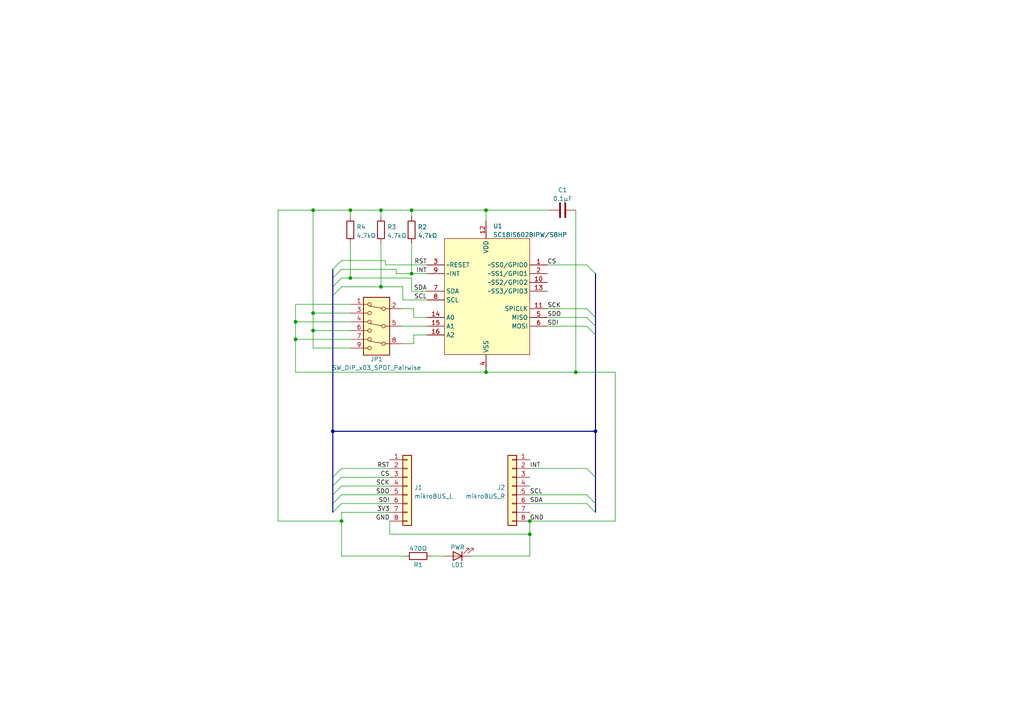
<source format=kicad_sch>
(kicad_sch (version 20211123) (generator eeschema)
  (paper "A4")
  (lib_symbols
    (symbol "Connector_Generic:Conn_01x08" (pin_names (offset 1.016) hide)
      (property "Reference" "J" (at 0 10.16 0))
      (property "Value" "Conn_01x08" (at 0 -12.7 0))
      (symbol "Conn_01x08_1_1"
        (rectangle (start -1.27 -10.033) (end 0 -10.287) (stroke (width 0.1524)))
        (rectangle (start -1.27 -7.493) (end 0 -7.747) (stroke (width 0.1524)))
        (rectangle (start -1.27 -4.953) (end 0 -5.207) (stroke (width 0.1524)))
        (rectangle (start -1.27 -2.413) (end 0 -2.667) (stroke (width 0.1524)))
        (rectangle (start -1.27 0.127) (end 0 -0.127) (stroke (width 0.1524)))
        (rectangle (start -1.27 2.667) (end 0 2.413) (stroke (width 0.1524)))
        (rectangle (start -1.27 5.207) (end 0 4.953) (stroke (width 0.1524)))
        (rectangle (start -1.27 7.747) (end 0 7.493) (stroke (width 0.1524)))
        (rectangle (start -1.27 8.89) (end 1.27 -11.43) (stroke (width 0.254)) (fill (type background)))
        (pin passive line (at -5.08 7.62 0) (length 3.81) (name "Pin_1") (number "1"))
        (pin passive line (at -5.08 5.08 0) (length 3.81) (name "Pin_2") (number "2"))
        (pin passive line (at -5.08 2.54 0) (length 3.81) (name "Pin_3") (number "3"))
        (pin passive line (at -5.08 0 0) (length 3.81) (name "Pin_4") (number "4"))
        (pin passive line (at -5.08 -2.54 0) (length 3.81) (name "Pin_5") (number "5"))
        (pin passive line (at -5.08 -5.08 0) (length 3.81) (name "Pin_6") (number "6"))
        (pin passive line (at -5.08 -7.62 0) (length 3.81) (name "Pin_7") (number "7"))
        (pin passive line (at -5.08 -10.16 0) (length 3.81) (name "Pin_8") (number "8"))
      )
    )
    (symbol "Device:C" (pin_numbers hide) (pin_names (offset 0.254))
      (property "Reference" "C" (at 0.635 2.54 0))
      (property "Value" "C" (at 0.635 -2.54 0))
      (symbol "C_0_1"
        (polyline (pts (xy -2.032 -0.762) (xy 2.032 -0.762)) (stroke (width 0.508)))
        (polyline (pts (xy -2.032 0.762) (xy 2.032 0.762)) (stroke (width 0.508)))
      )
      (symbol "C_1_1"
        (pin passive line (at 0 3.81 270) (length 2.794) (name "~") (number "1"))
        (pin passive line (at 0 -3.81 90) (length 2.794) (name "~") (number "2"))
      )
    )
    (symbol "Device:LED" (pin_numbers hide) (pin_names (offset 1.016) hide)
      (property "Reference" "D" (at 0 2.54 0))
      (property "Value" "LED" (at 0 -2.54 0))
      (symbol "LED_0_1"
        (polyline (pts (xy -1.27 -1.27) (xy -1.27 1.27)) (stroke (width 0.254)))
        (polyline (pts (xy -1.27 0) (xy 1.27 0)))
        (polyline (pts (xy 1.27 -1.27) (xy 1.27 1.27) (xy -1.27 0) (xy 1.27 -1.27)) (stroke (width 0.254)))
        (polyline (pts (xy -3.048 -0.762) (xy -4.572 -2.286) (xy -3.81 -2.286) (xy -4.572 -2.286) (xy -4.572 -1.524)))
        (polyline (pts (xy -1.778 -0.762) (xy -3.302 -2.286) (xy -2.54 -2.286) (xy -3.302 -2.286) (xy -3.302 -1.524)))
      )
      (symbol "LED_1_1"
        (pin passive line (at -3.81 0 0) (length 2.54) (name "K") (number "1"))
        (pin passive line (at 3.81 0 180) (length 2.54) (name "A") (number "2"))
      )
    )
    (symbol "Device:R" (pin_numbers hide) (pin_names (offset 0))
      (property "Reference" "R" (at 2.032 0 90))
      (property "Value" "R" (at 0 0 90))
      (symbol "R_0_1"
        (rectangle (start -1.016 -2.54) (end 1.016 2.54) (stroke (width 0.254)))
      )
      (symbol "R_1_1"
        (pin passive line (at 0 3.81 270) (length 1.27) (name "~") (number "1"))
        (pin passive line (at 0 -3.81 90) (length 1.27) (name "~") (number "2"))
      )
    )
    (symbol "Interface_I2C:SC18IS602BIPW{slash}S8HP"
      (property "Reference" "U" (at 10.795 17.78 0))
      (property "Value" "SC18IS602BIPW{slash}S8HP" (at 12.065 -18.415 0))
      (symbol "SC18IS602BIPW{slash}S8HP_0_1"
        (rectangle (start -12.065 16.51) (end 12.7 -17.145) (stroke (width 0.1524)) (fill (type background)))
      )
      (symbol "SC18IS602BIPW{slash}S8HP_1_1"
        (pin bidirectional line (at 17.78 8.89 180) (length 5.08) (name "~SS0/GPIO0") (number "1"))
        (pin bidirectional line (at 17.78 3.81 180) (length 5.08) (name "~SS2/GPIO2") (number "10"))
        (pin output line (at 17.78 -3.81 180) (length 5.08) (name "SPICLK") (number "11"))
        (pin power_in line (at 0 21.59 270) (length 5.08) (name "VDD") (number "12"))
        (pin bidirectional line (at 17.78 1.27 180) (length 5.08) (name "~SS3/GPIO3") (number "13"))
        (pin input line (at -17.145 -6.35 0) (length 5.08) (name "A0") (number "14"))
        (pin input line (at -17.145 -8.89 0) (length 5.08) (name "A1") (number "15"))
        (pin input line (at -17.145 -11.43 0) (length 5.08) (name "A2") (number "16"))
        (pin bidirectional line (at 17.78 6.35 180) (length 5.08) (name "~SS1/GPIO1") (number "2"))
        (pin input line (at -17.145 8.89 0) (length 5.08) (name "~RESET") (number "3"))
        (pin power_in line (at 0 -22.225 90) (length 5.08) (name "VSS") (number "4"))
        (pin input line (at 17.78 -6.35 180) (length 5.08) (name "MISO") (number "5"))
        (pin output line (at 17.78 -8.89 180) (length 5.08) (name "MOSI") (number "6"))
        (pin bidirectional line (at -17.145 1.27 0) (length 5.08) (name "SDA") (number "7"))
        (pin input line (at -17.145 -1.27 0) (length 5.08) (name "SCL") (number "8"))
        (pin output line (at -17.145 6.35 0) (length 5.08) (name "~INT") (number "9"))
      )
    )
    (symbol "Switch_Pairwise:SW_DIP_x03_SPDT_Pairwise" (pin_names (offset 0) hide)
      (property "Reference" "JP1" (at 0 -9.5281 0))
      (property "Value" "SW_DIP_x03_SPDT_Pairwise" (at 0 -12.065 0))
      (symbol "SW_DIP_x03_SPDT_Pairwise_0_0"
        (circle (center -2.032 -5.08) (radius 0.508))
        (circle (center -2.032 0) (radius 0.508))
        (circle (center -2.032 5.08) (radius 0.508))
        (polyline (pts (xy -1.524 -4.953) (xy 2.032 -4.318)))
        (polyline (pts (xy -1.524 0.127) (xy 2.032 0.762)))
        (polyline (pts (xy -1.524 5.207) (xy 2.032 5.842)))
        (circle (center 2.032 -6.35) (radius 0.508))
        (circle (center 2.032 -3.81) (radius 0.508))
        (circle (center 2.032 -1.27) (radius 0.508))
        (circle (center 2.032 1.27) (radius 0.508))
        (circle (center 2.032 3.81) (radius 0.508))
        (circle (center 2.032 6.35) (radius 0.508))
      )
      (symbol "SW_DIP_x03_SPDT_Pairwise_0_1"
        (rectangle (start -3.81 8.382) (end 3.81 -8.382) (stroke (width 0.254)) (fill (type background)))
      )
      (symbol "SW_DIP_x03_SPDT_Pairwise_1_1"
        (pin passive line (at 7.62 6.35 180) (length 5.08) (name "~") (number "1"))
        (pin passive line (at -7.62 5.08 0) (length 5.08) (name "~") (number "2"))
        (pin passive line (at 7.62 3.81 180) (length 5.08) (name "~") (number "3"))
        (pin passive line (at 7.62 1.27 180) (length 5.08) (name "~") (number "4"))
        (pin passive line (at -7.62 0 0) (length 5.08) (name "~") (number "5"))
        (pin passive line (at 7.62 -1.27 180) (length 5.08) (name "~") (number "6"))
        (pin passive line (at 7.62 -3.81 180) (length 5.08) (name "~") (number "7"))
        (pin passive line (at -7.62 -5.08 0) (length 5.08) (name "~") (number "8"))
        (pin passive line (at 7.62 -6.35 180) (length 5.08) (name "~") (number "9"))
      )
    )
  )
  (junction (at 85.725 98.425))
  (junction (at 167.005 107.95))
  (junction (at 101.6 80.645))
  (junction (at 101.6 60.96))
  (junction (at 110.49 60.96))
  (junction (at 153.67 151.13))
  (junction (at 90.805 60.96))
  (junction (at 99.06 151.13))
  (junction (at 110.49 83.185))
  (junction (at 90.805 90.805))
  (junction (at 153.67 154.94))
  (junction (at 172.72 125.095))
  (junction (at 119.38 79.375))
  (junction (at 140.97 60.96))
  (junction (at 90.805 95.885))
  (junction (at 119.38 60.96))
  (junction (at 140.97 107.95))
  (junction (at 85.725 93.345))
  (junction (at 96.52 125.095))
  (bus_entry (at 99.06 83.185) (size -2.54 2.54))
  (bus_entry (at 99.06 80.645) (size -2.54 2.54))
  (bus_entry (at 170.18 76.835) (size 2.54 2.54))
  (bus_entry (at 99.06 78.105) (size -2.54 2.54))
  (bus_entry (at 99.06 75.565) (size -2.54 2.54))
  (bus_entry (at 99.06 140.97) (size -2.54 2.54))
  (bus_entry (at 99.06 146.05) (size -2.54 2.54))
  (bus_entry (at 99.06 143.51) (size -2.54 2.54))
  (bus_entry (at 170.18 135.89) (size 2.54 2.54))
  (bus_entry (at 170.18 143.51) (size 2.54 2.54))
  (bus_entry (at 170.18 146.05) (size 2.54 2.54))
  (bus_entry (at 99.06 138.43) (size -2.54 2.54))
  (bus_entry (at 99.06 135.89) (size -2.54 2.54))
  (bus_entry (at 170.18 92.075) (size 2.54 2.54))
  (bus_entry (at 170.18 89.535) (size 2.54 2.54))
  (bus_entry (at 170.18 94.615) (size 2.54 2.54))
  (wire (pts (xy 99.06 135.89) (xy 113.03 135.89)))
  (wire (pts (xy 113.03 151.13) (xy 113.03 154.94)))
  (wire (pts (xy 119.38 70.485) (xy 119.38 79.375)))
  (bus (pts (xy 96.52 125.095) (xy 96.52 138.43)))
  (wire (pts (xy 110.49 83.185) (xy 116.84 83.185)))
  (wire (pts (xy 140.97 107.95) (xy 85.725 107.95)))
  (bus (pts (xy 96.52 140.97) (xy 96.52 143.51)))
  (wire (pts (xy 101.6 95.885) (xy 90.805 95.885)))
  (wire (pts (xy 123.825 79.375) (xy 119.38 79.375)))
  (wire (pts (xy 116.84 94.615) (xy 123.825 94.615)))
  (wire (pts (xy 120.015 99.695) (xy 116.84 99.695)))
  (bus (pts (xy 172.72 146.05) (xy 172.72 148.59)))
  (wire (pts (xy 90.805 90.805) (xy 90.805 60.96)))
  (wire (pts (xy 120.015 92.075) (xy 120.015 89.535)))
  (wire (pts (xy 85.725 98.425) (xy 85.725 93.345)))
  (wire (pts (xy 110.49 62.865) (xy 110.49 60.96)))
  (wire (pts (xy 101.6 100.965) (xy 90.805 100.965)))
  (bus (pts (xy 96.52 143.51) (xy 96.52 146.05)))
  (wire (pts (xy 123.825 76.835) (xy 111.76 76.835)))
  (wire (pts (xy 99.06 146.05) (xy 113.03 146.05)))
  (wire (pts (xy 128.905 161.29) (xy 125.095 161.29)))
  (wire (pts (xy 90.805 60.96) (xy 101.6 60.96)))
  (wire (pts (xy 80.645 151.13) (xy 80.645 60.96)))
  (wire (pts (xy 167.005 60.96) (xy 167.005 107.95)))
  (wire (pts (xy 167.005 107.95) (xy 140.97 107.95)))
  (bus (pts (xy 172.72 79.375) (xy 172.72 92.075)))
  (wire (pts (xy 113.03 154.94) (xy 153.67 154.94)))
  (wire (pts (xy 158.75 94.615) (xy 170.18 94.615)))
  (wire (pts (xy 99.06 138.43) (xy 113.03 138.43)))
  (wire (pts (xy 167.005 107.95) (xy 178.435 107.95)))
  (wire (pts (xy 158.75 76.835) (xy 170.18 76.835)))
  (wire (pts (xy 113.03 148.59) (xy 99.06 148.59)))
  (bus (pts (xy 96.52 146.05) (xy 96.52 148.59)))
  (wire (pts (xy 123.825 97.155) (xy 120.015 97.155)))
  (wire (pts (xy 85.725 93.345) (xy 101.6 93.345)))
  (wire (pts (xy 110.49 70.485) (xy 110.49 83.185)))
  (wire (pts (xy 119.38 79.375) (xy 114.935 79.375)))
  (bus (pts (xy 172.72 125.095) (xy 172.72 138.43)))
  (wire (pts (xy 99.06 161.29) (xy 99.06 151.13)))
  (wire (pts (xy 123.825 92.075) (xy 120.015 92.075)))
  (bus (pts (xy 96.52 85.725) (xy 96.52 125.095)))
  (wire (pts (xy 110.49 60.96) (xy 119.38 60.96)))
  (wire (pts (xy 140.97 64.135) (xy 140.97 60.96)))
  (wire (pts (xy 153.67 154.94) (xy 153.67 161.29)))
  (bus (pts (xy 172.72 138.43) (xy 172.72 146.05)))
  (wire (pts (xy 99.06 83.185) (xy 110.49 83.185)))
  (wire (pts (xy 99.06 151.13) (xy 80.645 151.13)))
  (wire (pts (xy 123.825 86.995) (xy 116.84 86.995)))
  (wire (pts (xy 101.6 62.865) (xy 101.6 60.96)))
  (wire (pts (xy 85.725 98.425) (xy 101.6 98.425)))
  (wire (pts (xy 114.935 78.105) (xy 99.06 78.105)))
  (bus (pts (xy 172.72 94.615) (xy 172.72 97.155)))
  (wire (pts (xy 85.725 107.95) (xy 85.725 98.425)))
  (wire (pts (xy 153.67 146.05) (xy 170.18 146.05)))
  (wire (pts (xy 153.67 151.13) (xy 153.67 154.94)))
  (wire (pts (xy 111.76 75.565) (xy 99.06 75.565)))
  (wire (pts (xy 99.06 80.645) (xy 101.6 80.645)))
  (wire (pts (xy 85.725 88.265) (xy 101.6 88.265)))
  (wire (pts (xy 178.435 151.13) (xy 178.435 107.95)))
  (wire (pts (xy 140.97 60.96) (xy 119.38 60.96)))
  (wire (pts (xy 85.725 93.345) (xy 85.725 88.265)))
  (wire (pts (xy 123.825 84.455) (xy 119.38 84.455)))
  (bus (pts (xy 96.52 78.105) (xy 96.52 80.645)))
  (bus (pts (xy 172.72 92.075) (xy 172.72 94.615)))
  (wire (pts (xy 101.6 60.96) (xy 110.49 60.96)))
  (wire (pts (xy 90.805 95.885) (xy 90.805 90.805)))
  (bus (pts (xy 96.52 83.185) (xy 96.52 85.725)))
  (bus (pts (xy 96.52 80.645) (xy 96.52 83.185)))
  (wire (pts (xy 158.75 89.535) (xy 170.18 89.535)))
  (wire (pts (xy 99.06 148.59) (xy 99.06 151.13)))
  (bus (pts (xy 96.52 138.43) (xy 96.52 140.97)))
  (wire (pts (xy 136.525 161.29) (xy 153.67 161.29)))
  (wire (pts (xy 120.015 97.155) (xy 120.015 99.695)))
  (wire (pts (xy 90.805 100.965) (xy 90.805 95.885)))
  (wire (pts (xy 120.015 89.535) (xy 116.84 89.535)))
  (wire (pts (xy 99.06 143.51) (xy 113.03 143.51)))
  (wire (pts (xy 119.38 84.455) (xy 119.38 80.645)))
  (wire (pts (xy 99.06 140.97) (xy 113.03 140.97)))
  (wire (pts (xy 101.6 70.485) (xy 101.6 80.645)))
  (wire (pts (xy 116.84 86.995) (xy 116.84 83.185)))
  (wire (pts (xy 101.6 90.805) (xy 90.805 90.805)))
  (bus (pts (xy 172.72 97.155) (xy 172.72 125.095)))
  (wire (pts (xy 153.67 151.13) (xy 178.435 151.13)))
  (wire (pts (xy 117.475 161.29) (xy 99.06 161.29)))
  (wire (pts (xy 153.67 143.51) (xy 170.18 143.51)))
  (wire (pts (xy 111.76 76.835) (xy 111.76 75.565)))
  (wire (pts (xy 119.38 60.96) (xy 119.38 62.865)))
  (bus (pts (xy 96.52 125.095) (xy 172.72 125.095)))
  (wire (pts (xy 101.6 80.645) (xy 119.38 80.645)))
  (wire (pts (xy 80.645 60.96) (xy 90.805 60.96)))
  (wire (pts (xy 114.935 79.375) (xy 114.935 78.105)))
  (wire (pts (xy 140.97 60.96) (xy 159.385 60.96)))
  (wire (pts (xy 153.67 135.89) (xy 170.18 135.89)))
  (wire (pts (xy 158.75 92.075) (xy 170.18 92.075)))
  (label "SDO" (at 113.03 143.51 180))
  (label "RST" (at 113.03 135.89 180))
  (label "SCK" (at 158.75 89.535 0))
  (label "SCK" (at 113.03 140.97 180))
  (label "RST" (at 123.825 76.835 180))
  (label "CS" (at 113.03 138.43 180))
  (label "SDI" (at 113.03 146.05 180))
  (label "SDI" (at 158.75 94.615 0))
  (label "SCL" (at 153.67 143.51 0))
  (label "SDA" (at 153.67 146.05 0))
  (label "SDA" (at 123.825 84.455 180))
  (label "INT" (at 153.67 135.89 0))
  (label "CS" (at 158.75 76.835 0))
  (label "INT" (at 123.825 79.375 180))
  (label "3V3" (at 113.03 148.59 180))
  (label "SCL" (at 123.825 86.995 180))
  (label "SDO" (at 158.75 92.075 0))
  (label "GND" (at 113.03 151.13 180))
  (label "GND" (at 153.67 151.13 0))
  (symbol (lib_id "Device:R") (at 121.285 161.29 90) (unit 1)
    (property "Reference" "R1" (at 121.285 163.83 90))
    (property "Value" "470Ω" (at 121.285 159.1111 90))
    (property "Footprint" "Resistor_SMD:R_0805_2012Metric" (effects hide))
    (property "LCSC" "C17673" (effects hide))
  )
  (symbol (lib_id "Switch_Pairwise:SW_DIP_x03_SPDT_Pairwise") (at 109.22 94.615 0) (mirror y) (unit 1)
    (property "Reference" "JP1" (at 109.22 104.1431 0))
    (property "Value" "SW_DIP_x03_SPDT_Pairwise" (at 109.22 106.68 0))
    (property "Footprint" "Connector_PinHeader_2.54mm_Jumper:PinHeader_3x03_P2.54mm_Vertical" (effects hide))
  )
  (symbol (lib_id "Device:R") (at 110.49 66.675 0) (unit 1)
    (property "Reference" "R3" (at 112.268 65.8403 0) (effects (justify left)))
    (property "Value" "4.7kΩ" (at 112.268 68.3772 0) (effects (justify left)))
    (property "Footprint" "Resistor_SMD:R_0402_1005Metric" (effects hide))
    (property "LCSC" "C25900" (effects hide))
  )
  (symbol (lib_id "Device:C") (at 163.195 60.96 90) (unit 1)
    (property "Reference" "C1" (at 163.195 55.1012 90))
    (property "Value" "0.1µF" (at 163.195 57.6381 90))
    (property "Footprint" "Capacitor_SMD:C_0402_1005Metric" (effects hide))
    (property "LCSC" "C307331" (effects hide))
    (property "Model" "CL05B104KB54PNC" (effects hide))
  )
  (symbol (lib_id "Device:R") (at 101.6 66.675 0) (unit 1)
    (property "Reference" "R4" (at 103.378 65.8403 0) (effects (justify left)))
    (property "Value" "4.7kΩ" (at 103.378 68.3772 0) (effects (justify left)))
    (property "Footprint" "Resistor_SMD:R_0402_1005Metric" (effects hide))
    (property "LCSC" "C25900" (effects hide))
  )
  (symbol (lib_id "Connector_Generic:Conn_01x08") (at 118.11 140.97 0) (unit 1)
    (property "Reference" "J1" (at 120.142 141.4053 0) (effects (justify left)))
    (property "Value" "mikroBUS_L" (at 120.142 143.9422 0) (effects (justify left)))
    (property "Footprint" "Connector_PinHeader_2.54mm:PinHeader_1x08_P2.54mm_Vertical" (effects hide))
  )
  (symbol (lib_id "Device:R") (at 119.38 66.675 0) (unit 1)
    (property "Reference" "R2" (at 121.158 65.8403 0) (effects (justify left)))
    (property "Value" "4.7kΩ" (at 121.158 68.3772 0) (effects (justify left)))
    (property "Footprint" "Resistor_SMD:R_0402_1005Metric" (effects hide))
    (property "LCSC" "C25900" (effects hide))
  )
  (symbol (lib_id "Device:LED") (at 132.715 161.29 180) (unit 1)
    (property "Reference" "LD1" (at 132.715 163.83 0))
    (property "Value" "PWR" (at 132.715 158.75 0))
    (property "Footprint" "LED_SMD:LED_0805_2012Metric" (effects hide))
    (property "LCSC" "C73548" (effects hide))
    (property "Model" "17-21SYGC/S530-E2/TR8" (effects hide))
  )
  (symbol (lib_id "Connector_Generic:Conn_01x08") (at 148.59 140.97 0) (mirror y) (unit 1)
    (property "Reference" "J2" (at 146.558 141.4053 0) (effects (justify left)))
    (property "Value" "mikroBUS_R" (at 146.558 143.9422 0) (effects (justify left)))
    (property "Footprint" "Connector_PinHeader_2.54mm:PinHeader_1x08_P2.54mm_Vertical" (effects hide))
  )
  (symbol (lib_id "Interface_I2C:SC18IS602BIPW{slash}S8HP") (at 140.97 85.725 0) (unit 1)
    (property "Reference" "U1" (at 142.9894 65.566 0) (effects (justify left)))
    (property "Value" "SC18IS602BIPW/S8HP" (at 142.9894 68.1029 0) (effects (justify left)))
    (property "Footprint" "Package_SO:TSSOP-16_4.4x5mm_P0.65mm" (effects hide))
    (property "LCSC" "C2678036" (effects hide))
  )
)
</source>
